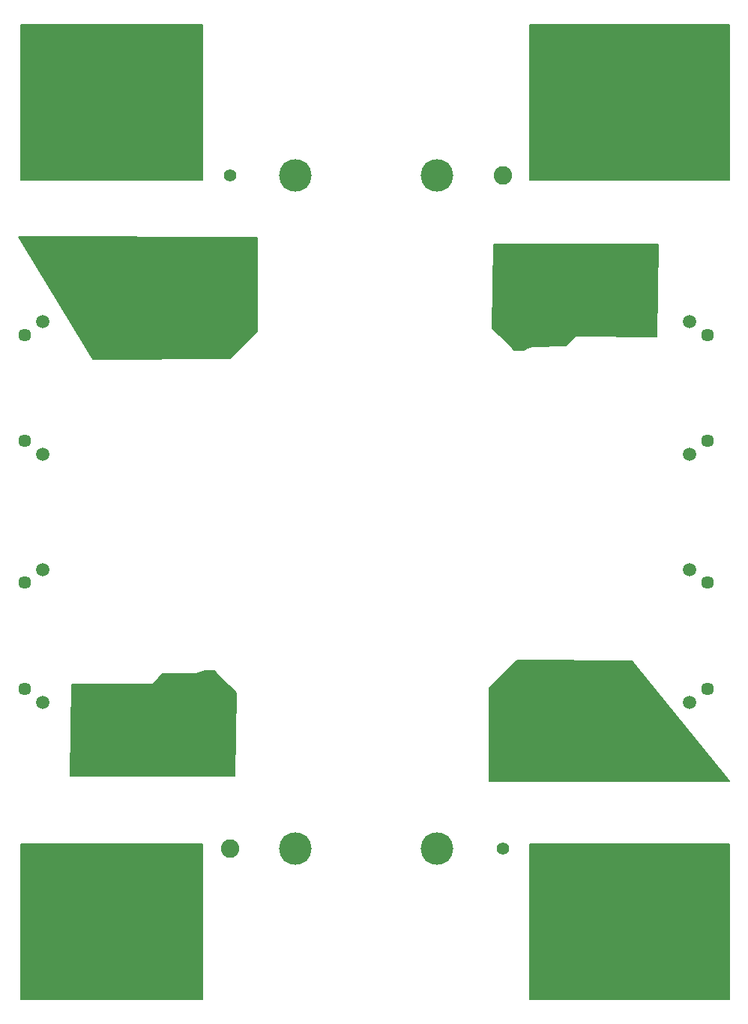
<source format=gbr>
%TF.GenerationSoftware,KiCad,Pcbnew,7.0.2*%
%TF.CreationDate,2023-10-10T18:20:49-06:00*%
%TF.ProjectId,igloo30,69676c6f-6f33-4302-9e6b-696361645f70,rev?*%
%TF.SameCoordinates,Original*%
%TF.FileFunction,Soldermask,Bot*%
%TF.FilePolarity,Negative*%
%FSLAX46Y46*%
G04 Gerber Fmt 4.6, Leading zero omitted, Abs format (unit mm)*
G04 Created by KiCad (PCBNEW 7.0.2) date 2023-10-10 18:20:49*
%MOMM*%
%LPD*%
G01*
G04 APERTURE LIST*
%ADD10C,0.200000*%
%ADD11C,0.150000*%
%ADD12C,1.450000*%
%ADD13C,1.500000*%
%ADD14C,1.420000*%
%ADD15C,3.680000*%
%ADD16C,2.080000*%
G04 APERTURE END LIST*
D10*
X32770000Y19820000D02*
X23610000Y19880000D01*
X22540000Y18770000D01*
X18780000Y18670000D01*
X18250000Y18530000D01*
X17830000Y18300000D01*
X16730000Y18300000D01*
X16250000Y18820000D01*
X14230000Y20770000D01*
X14400000Y30200000D01*
X32940000Y30200000D01*
X32770000Y19820000D01*
G36*
X32770000Y19820000D02*
G01*
X23610000Y19880000D01*
X22540000Y18770000D01*
X18780000Y18670000D01*
X18250000Y18530000D01*
X17830000Y18300000D01*
X16730000Y18300000D01*
X16250000Y18820000D01*
X14230000Y20770000D01*
X14400000Y30200000D01*
X32940000Y30200000D01*
X32770000Y19820000D01*
G37*
D11*
X18500000Y55000000D02*
X41000000Y55000000D01*
X41000000Y37500000D01*
X18500000Y37500000D01*
X18500000Y55000000D01*
G36*
X18500000Y55000000D02*
G01*
X41000000Y55000000D01*
X41000000Y37500000D01*
X18500000Y37500000D01*
X18500000Y55000000D01*
G37*
X-39000000Y55000000D02*
X-18500000Y55000000D01*
X-18500000Y37500000D01*
X-39000000Y37500000D01*
X-39000000Y55000000D01*
G36*
X-39000000Y55000000D02*
G01*
X-18500000Y55000000D01*
X-18500000Y37500000D01*
X-39000000Y37500000D01*
X-39000000Y55000000D01*
G37*
D10*
X-16720000Y-18450000D02*
X-14700000Y-20400000D01*
X-14870000Y-29830000D01*
X-33410000Y-29830000D01*
X-33240000Y-19450000D01*
X-24080000Y-19510000D01*
X-23000000Y-18300000D01*
X-19250000Y-18300000D01*
X-18720000Y-18160000D01*
X-18300000Y-17930000D01*
X-17200000Y-17930000D01*
X-16720000Y-18450000D01*
G36*
X-16720000Y-18450000D02*
G01*
X-14700000Y-20400000D01*
X-14870000Y-29830000D01*
X-33410000Y-29830000D01*
X-33240000Y-19450000D01*
X-24080000Y-19510000D01*
X-23000000Y-18300000D01*
X-19250000Y-18300000D01*
X-18720000Y-18160000D01*
X-18300000Y-17930000D01*
X-17200000Y-17930000D01*
X-16720000Y-18450000D01*
G37*
D11*
X-39000000Y-37500000D02*
X-18500000Y-37500000D01*
X-18500000Y-55000000D01*
X-39000000Y-55000000D01*
X-39000000Y-37500000D01*
G36*
X-39000000Y-37500000D02*
G01*
X-18500000Y-37500000D01*
X-18500000Y-55000000D01*
X-39000000Y-55000000D01*
X-39000000Y-37500000D01*
G37*
X29960341Y-16879984D02*
X41037890Y-30430593D01*
X13900000Y-30430593D01*
X13900000Y-19880593D01*
X17000000Y-16800000D01*
X29960341Y-16879984D01*
G36*
X29960341Y-16879984D02*
G01*
X41037890Y-30430593D01*
X13900000Y-30430593D01*
X13900000Y-19880593D01*
X17000000Y-16800000D01*
X29960341Y-16879984D01*
G37*
X18500000Y-37500000D02*
X41000000Y-37500000D01*
X41000000Y-55000000D01*
X18500000Y-55000000D01*
X18500000Y-37500000D01*
G36*
X18500000Y-37500000D02*
G01*
X41000000Y-37500000D01*
X41000000Y-55000000D01*
X18500000Y-55000000D01*
X18500000Y-37500000D01*
G37*
X-12300000Y30964771D02*
X-12300000Y20414771D01*
X-15400000Y17334178D01*
X-30900000Y17300000D01*
X-39294355Y31032901D01*
X-12300000Y30964771D01*
G36*
X-12300000Y30964771D02*
G01*
X-12300000Y20414771D01*
X-15400000Y17334178D01*
X-30900000Y17300000D01*
X-39294355Y31032901D01*
X-12300000Y30964771D01*
G37*
D12*
%TO.C,J12*%
X38550000Y-20000000D03*
X38550000Y-8000000D03*
D13*
X36550000Y-21475000D03*
X36550000Y-6525000D03*
%TD*%
D12*
%TO.C,J11*%
X-38550000Y20000000D03*
X-38550000Y8000000D03*
D13*
X-36550000Y21475000D03*
X-36550000Y6525000D03*
%TD*%
D12*
%TO.C,J7*%
X38550000Y8000000D03*
X38550000Y20000000D03*
D13*
X36550000Y6525000D03*
X36550000Y21475000D03*
%TD*%
D14*
%TO.C,J3*%
X-15400000Y38000000D03*
D15*
X-8000000Y38000000D03*
X8000000Y38000000D03*
D16*
X15400000Y38000000D03*
%TD*%
D12*
%TO.C,J9*%
X-38550000Y-8000000D03*
X-38550000Y-20000000D03*
D13*
X-36550000Y-6525000D03*
X-36550000Y-21475000D03*
%TD*%
D14*
%TO.C,J4*%
X15400000Y-38000000D03*
D15*
X8000000Y-38000000D03*
X-8000000Y-38000000D03*
D16*
X-15400000Y-38000000D03*
%TD*%
M02*

</source>
